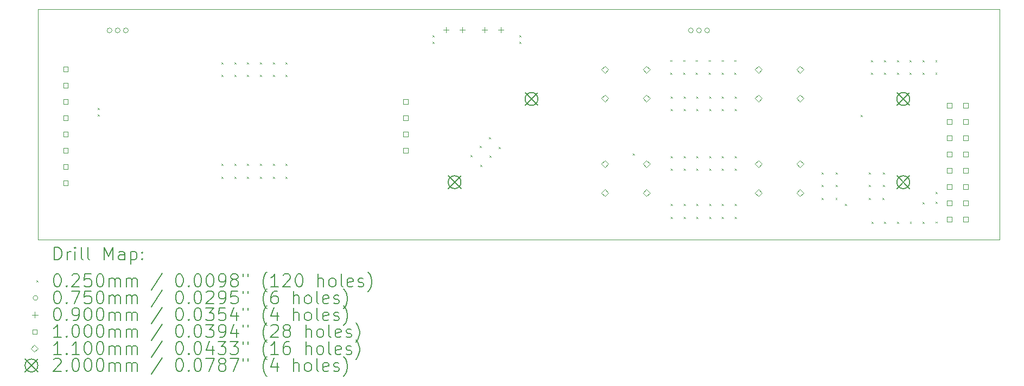
<source format=gbr>
%FSLAX45Y45*%
G04 Gerber Fmt 4.5, Leading zero omitted, Abs format (unit mm)*
G04 Created by KiCad (PCBNEW (5.99.0-10527-gaaffd0c137)) date 2021-08-05 16:46:36*
%MOMM*%
%LPD*%
G01*
G04 APERTURE LIST*
%TA.AperFunction,Profile*%
%ADD10C,0.050000*%
%TD*%
%ADD11C,0.200000*%
%ADD12C,0.025000*%
%ADD13C,0.075000*%
%ADD14C,0.090000*%
%ADD15C,0.100000*%
%ADD16C,0.110000*%
G04 APERTURE END LIST*
D10*
X12410000Y-6470250D02*
X27410000Y-6470250D01*
X27410000Y-6470250D02*
X27410000Y-10070250D01*
X27410000Y-10070250D02*
X12410000Y-10070250D01*
X12410000Y-10070250D02*
X12410000Y-6470250D01*
D11*
D12*
X13337500Y-8013500D02*
X13362500Y-8038500D01*
X13362500Y-8013500D02*
X13337500Y-8038500D01*
X13337500Y-8110500D02*
X13362500Y-8135500D01*
X13362500Y-8110500D02*
X13337500Y-8135500D01*
X15273500Y-7295500D02*
X15298500Y-7320500D01*
X15298500Y-7295500D02*
X15273500Y-7320500D01*
X15273500Y-7495500D02*
X15298500Y-7520500D01*
X15298500Y-7495500D02*
X15273500Y-7520500D01*
X15273500Y-8885500D02*
X15298500Y-8910500D01*
X15298500Y-8885500D02*
X15273500Y-8910500D01*
X15273500Y-9085500D02*
X15298500Y-9110500D01*
X15298500Y-9085500D02*
X15273500Y-9110500D01*
X15473500Y-7295500D02*
X15498500Y-7320500D01*
X15498500Y-7295500D02*
X15473500Y-7320500D01*
X15473500Y-7495500D02*
X15498500Y-7520500D01*
X15498500Y-7495500D02*
X15473500Y-7520500D01*
X15473500Y-8885500D02*
X15498500Y-8910500D01*
X15498500Y-8885500D02*
X15473500Y-8910500D01*
X15473500Y-9085500D02*
X15498500Y-9110500D01*
X15498500Y-9085500D02*
X15473500Y-9110500D01*
X15673500Y-7295500D02*
X15698500Y-7320500D01*
X15698500Y-7295500D02*
X15673500Y-7320500D01*
X15673500Y-7495500D02*
X15698500Y-7520500D01*
X15698500Y-7495500D02*
X15673500Y-7520500D01*
X15673500Y-8885500D02*
X15698500Y-8910500D01*
X15698500Y-8885500D02*
X15673500Y-8910500D01*
X15673500Y-9085500D02*
X15698500Y-9110500D01*
X15698500Y-9085500D02*
X15673500Y-9110500D01*
X15873500Y-7295500D02*
X15898500Y-7320500D01*
X15898500Y-7295500D02*
X15873500Y-7320500D01*
X15873500Y-7495500D02*
X15898500Y-7520500D01*
X15898500Y-7495500D02*
X15873500Y-7520500D01*
X15873500Y-8885500D02*
X15898500Y-8910500D01*
X15898500Y-8885500D02*
X15873500Y-8910500D01*
X15873500Y-9085500D02*
X15898500Y-9110500D01*
X15898500Y-9085500D02*
X15873500Y-9110500D01*
X16073500Y-7295500D02*
X16098500Y-7320500D01*
X16098500Y-7295500D02*
X16073500Y-7320500D01*
X16073500Y-7495500D02*
X16098500Y-7520500D01*
X16098500Y-7495500D02*
X16073500Y-7520500D01*
X16073500Y-8885500D02*
X16098500Y-8910500D01*
X16098500Y-8885500D02*
X16073500Y-8910500D01*
X16073500Y-9085500D02*
X16098500Y-9110500D01*
X16098500Y-9085500D02*
X16073500Y-9110500D01*
X16273500Y-7295500D02*
X16298500Y-7320500D01*
X16298500Y-7295500D02*
X16273500Y-7320500D01*
X16273500Y-7495500D02*
X16298500Y-7520500D01*
X16298500Y-7495500D02*
X16273500Y-7520500D01*
X16273500Y-8885500D02*
X16298500Y-8910500D01*
X16298500Y-8885500D02*
X16273500Y-8910500D01*
X16273500Y-9085500D02*
X16298500Y-9110500D01*
X16298500Y-9085500D02*
X16273500Y-9110500D01*
X18567500Y-6871500D02*
X18592500Y-6896500D01*
X18592500Y-6871500D02*
X18567500Y-6896500D01*
X18567500Y-6978500D02*
X18592500Y-7003500D01*
X18592500Y-6978500D02*
X18567500Y-7003500D01*
X19155973Y-8745901D02*
X19180973Y-8770901D01*
X19180973Y-8745901D02*
X19155973Y-8770901D01*
X19299162Y-8604126D02*
X19324162Y-8629126D01*
X19324162Y-8604126D02*
X19299162Y-8629126D01*
X19309415Y-8899343D02*
X19334415Y-8924343D01*
X19334415Y-8899343D02*
X19309415Y-8924343D01*
X19443058Y-8463058D02*
X19468058Y-8488058D01*
X19468058Y-8463058D02*
X19443058Y-8488058D01*
X19452604Y-8757568D02*
X19477604Y-8782568D01*
X19477604Y-8757568D02*
X19452604Y-8782568D01*
X19596500Y-8616500D02*
X19621500Y-8641500D01*
X19621500Y-8616500D02*
X19596500Y-8641500D01*
X19921500Y-6871500D02*
X19946500Y-6896500D01*
X19946500Y-6871500D02*
X19921500Y-6896500D01*
X19921500Y-6977500D02*
X19946500Y-7002500D01*
X19946500Y-6977500D02*
X19921500Y-7002500D01*
X21689500Y-8724500D02*
X21714500Y-8749500D01*
X21714500Y-8724500D02*
X21689500Y-8749500D01*
X22275500Y-7260500D02*
X22300500Y-7285500D01*
X22300500Y-7260500D02*
X22275500Y-7285500D01*
X22275500Y-7460500D02*
X22300500Y-7485500D01*
X22300500Y-7460500D02*
X22275500Y-7485500D01*
X22281500Y-7828500D02*
X22306500Y-7853500D01*
X22306500Y-7828500D02*
X22281500Y-7853500D01*
X22281500Y-8028500D02*
X22306500Y-8053500D01*
X22306500Y-8028500D02*
X22281500Y-8053500D01*
X22281500Y-8760500D02*
X22306500Y-8785500D01*
X22306500Y-8760500D02*
X22281500Y-8785500D01*
X22281500Y-8960500D02*
X22306500Y-8985500D01*
X22306500Y-8960500D02*
X22281500Y-8985500D01*
X22281500Y-9510500D02*
X22306500Y-9535500D01*
X22306500Y-9510500D02*
X22281500Y-9535500D01*
X22281500Y-9710500D02*
X22306500Y-9735500D01*
X22306500Y-9710500D02*
X22281500Y-9735500D01*
X22475500Y-7260500D02*
X22500500Y-7285500D01*
X22500500Y-7260500D02*
X22475500Y-7285500D01*
X22475500Y-7460500D02*
X22500500Y-7485500D01*
X22500500Y-7460500D02*
X22475500Y-7485500D01*
X22481500Y-7828500D02*
X22506500Y-7853500D01*
X22506500Y-7828500D02*
X22481500Y-7853500D01*
X22481500Y-8028500D02*
X22506500Y-8053500D01*
X22506500Y-8028500D02*
X22481500Y-8053500D01*
X22481500Y-8760500D02*
X22506500Y-8785500D01*
X22506500Y-8760500D02*
X22481500Y-8785500D01*
X22481500Y-8960500D02*
X22506500Y-8985500D01*
X22506500Y-8960500D02*
X22481500Y-8985500D01*
X22481500Y-9510500D02*
X22506500Y-9535500D01*
X22506500Y-9510500D02*
X22481500Y-9535500D01*
X22481500Y-9710500D02*
X22506500Y-9735500D01*
X22506500Y-9710500D02*
X22481500Y-9735500D01*
X22675500Y-7260500D02*
X22700500Y-7285500D01*
X22700500Y-7260500D02*
X22675500Y-7285500D01*
X22675500Y-7460500D02*
X22700500Y-7485500D01*
X22700500Y-7460500D02*
X22675500Y-7485500D01*
X22681500Y-7828500D02*
X22706500Y-7853500D01*
X22706500Y-7828500D02*
X22681500Y-7853500D01*
X22681500Y-8028500D02*
X22706500Y-8053500D01*
X22706500Y-8028500D02*
X22681500Y-8053500D01*
X22681500Y-8760500D02*
X22706500Y-8785500D01*
X22706500Y-8760500D02*
X22681500Y-8785500D01*
X22681500Y-8960500D02*
X22706500Y-8985500D01*
X22706500Y-8960500D02*
X22681500Y-8985500D01*
X22681500Y-9510500D02*
X22706500Y-9535500D01*
X22706500Y-9510500D02*
X22681500Y-9535500D01*
X22681500Y-9710500D02*
X22706500Y-9735500D01*
X22706500Y-9710500D02*
X22681500Y-9735500D01*
X22875500Y-7260500D02*
X22900500Y-7285500D01*
X22900500Y-7260500D02*
X22875500Y-7285500D01*
X22875500Y-7460500D02*
X22900500Y-7485500D01*
X22900500Y-7460500D02*
X22875500Y-7485500D01*
X22881500Y-7828500D02*
X22906500Y-7853500D01*
X22906500Y-7828500D02*
X22881500Y-7853500D01*
X22881500Y-8028500D02*
X22906500Y-8053500D01*
X22906500Y-8028500D02*
X22881500Y-8053500D01*
X22881500Y-8760500D02*
X22906500Y-8785500D01*
X22906500Y-8760500D02*
X22881500Y-8785500D01*
X22881500Y-8960500D02*
X22906500Y-8985500D01*
X22906500Y-8960500D02*
X22881500Y-8985500D01*
X22881500Y-9510500D02*
X22906500Y-9535500D01*
X22906500Y-9510500D02*
X22881500Y-9535500D01*
X22881500Y-9710500D02*
X22906500Y-9735500D01*
X22906500Y-9710500D02*
X22881500Y-9735500D01*
X23075500Y-7260500D02*
X23100500Y-7285500D01*
X23100500Y-7260500D02*
X23075500Y-7285500D01*
X23075500Y-7460500D02*
X23100500Y-7485500D01*
X23100500Y-7460500D02*
X23075500Y-7485500D01*
X23081500Y-7828500D02*
X23106500Y-7853500D01*
X23106500Y-7828500D02*
X23081500Y-7853500D01*
X23081500Y-8028500D02*
X23106500Y-8053500D01*
X23106500Y-8028500D02*
X23081500Y-8053500D01*
X23081500Y-8760500D02*
X23106500Y-8785500D01*
X23106500Y-8760500D02*
X23081500Y-8785500D01*
X23081500Y-8960500D02*
X23106500Y-8985500D01*
X23106500Y-8960500D02*
X23081500Y-8985500D01*
X23081500Y-9510500D02*
X23106500Y-9535500D01*
X23106500Y-9510500D02*
X23081500Y-9535500D01*
X23081500Y-9710500D02*
X23106500Y-9735500D01*
X23106500Y-9710500D02*
X23081500Y-9735500D01*
X23275500Y-7260500D02*
X23300500Y-7285500D01*
X23300500Y-7260500D02*
X23275500Y-7285500D01*
X23275500Y-7460500D02*
X23300500Y-7485500D01*
X23300500Y-7460500D02*
X23275500Y-7485500D01*
X23281500Y-7828500D02*
X23306500Y-7853500D01*
X23306500Y-7828500D02*
X23281500Y-7853500D01*
X23281500Y-8028500D02*
X23306500Y-8053500D01*
X23306500Y-8028500D02*
X23281500Y-8053500D01*
X23281500Y-8760500D02*
X23306500Y-8785500D01*
X23306500Y-8760500D02*
X23281500Y-8785500D01*
X23281500Y-8960500D02*
X23306500Y-8985500D01*
X23306500Y-8960500D02*
X23281500Y-8985500D01*
X23281500Y-9510500D02*
X23306500Y-9535500D01*
X23306500Y-9510500D02*
X23281500Y-9535500D01*
X23281500Y-9710500D02*
X23306500Y-9735500D01*
X23306500Y-9710500D02*
X23281500Y-9735500D01*
X24634500Y-9417500D02*
X24659500Y-9442500D01*
X24659500Y-9417500D02*
X24634500Y-9442500D01*
X24636500Y-9216000D02*
X24661500Y-9241000D01*
X24661500Y-9216000D02*
X24636500Y-9241000D01*
X24637500Y-9014500D02*
X24662500Y-9039500D01*
X24662500Y-9014500D02*
X24637500Y-9039500D01*
X24851500Y-9417500D02*
X24876500Y-9442500D01*
X24876500Y-9417500D02*
X24851500Y-9442500D01*
X24853500Y-9216000D02*
X24878500Y-9241000D01*
X24878500Y-9216000D02*
X24853500Y-9241000D01*
X24854500Y-9014500D02*
X24879500Y-9039500D01*
X24879500Y-9014500D02*
X24854500Y-9039500D01*
X24999500Y-9509500D02*
X25024500Y-9534500D01*
X25024500Y-9509500D02*
X24999500Y-9534500D01*
X25247500Y-8123500D02*
X25272500Y-8148500D01*
X25272500Y-8123500D02*
X25247500Y-8148500D01*
X25370500Y-9417500D02*
X25395500Y-9442500D01*
X25395500Y-9417500D02*
X25370500Y-9442500D01*
X25372500Y-9216000D02*
X25397500Y-9241000D01*
X25397500Y-9216000D02*
X25372500Y-9241000D01*
X25373500Y-9014500D02*
X25398500Y-9039500D01*
X25398500Y-9014500D02*
X25373500Y-9039500D01*
X25409500Y-7262500D02*
X25434500Y-7287500D01*
X25434500Y-7262500D02*
X25409500Y-7287500D01*
X25409500Y-7462500D02*
X25434500Y-7487500D01*
X25434500Y-7462500D02*
X25409500Y-7487500D01*
X25411500Y-9784500D02*
X25436500Y-9809500D01*
X25436500Y-9784500D02*
X25411500Y-9809500D01*
X25587500Y-9417500D02*
X25612500Y-9442500D01*
X25612500Y-9417500D02*
X25587500Y-9442500D01*
X25589500Y-9216000D02*
X25614500Y-9241000D01*
X25614500Y-9216000D02*
X25589500Y-9241000D01*
X25590500Y-9014500D02*
X25615500Y-9039500D01*
X25615500Y-9014500D02*
X25590500Y-9039500D01*
X25609500Y-7262500D02*
X25634500Y-7287500D01*
X25634500Y-7262500D02*
X25609500Y-7287500D01*
X25609500Y-7462500D02*
X25634500Y-7487500D01*
X25634500Y-7462500D02*
X25609500Y-7487500D01*
X25611500Y-9784500D02*
X25636500Y-9809500D01*
X25636500Y-9784500D02*
X25611500Y-9809500D01*
X25809500Y-7262500D02*
X25834500Y-7287500D01*
X25834500Y-7262500D02*
X25809500Y-7287500D01*
X25809500Y-7462500D02*
X25834500Y-7487500D01*
X25834500Y-7462500D02*
X25809500Y-7487500D01*
X25811500Y-9784500D02*
X25836500Y-9809500D01*
X25836500Y-9784500D02*
X25811500Y-9809500D01*
X26009500Y-7262500D02*
X26034500Y-7287500D01*
X26034500Y-7262500D02*
X26009500Y-7287500D01*
X26009500Y-7462500D02*
X26034500Y-7487500D01*
X26034500Y-7462500D02*
X26009500Y-7487500D01*
X26011500Y-9784500D02*
X26036500Y-9809500D01*
X26036500Y-9784500D02*
X26011500Y-9809500D01*
X26209500Y-7262500D02*
X26234500Y-7287500D01*
X26234500Y-7262500D02*
X26209500Y-7287500D01*
X26209500Y-7462500D02*
X26234500Y-7487500D01*
X26234500Y-7462500D02*
X26209500Y-7487500D01*
X26211500Y-9784500D02*
X26236500Y-9809500D01*
X26236500Y-9784500D02*
X26211500Y-9809500D01*
X26212500Y-9480500D02*
X26237500Y-9505500D01*
X26237500Y-9480500D02*
X26212500Y-9505500D01*
X26409500Y-7262500D02*
X26434500Y-7287500D01*
X26434500Y-7262500D02*
X26409500Y-7287500D01*
X26409500Y-7462500D02*
X26434500Y-7487500D01*
X26434500Y-7462500D02*
X26409500Y-7487500D01*
X26416500Y-9324500D02*
X26441500Y-9349500D01*
X26441500Y-9324500D02*
X26416500Y-9349500D01*
X26416500Y-9478500D02*
X26441500Y-9503500D01*
X26441500Y-9478500D02*
X26416500Y-9503500D01*
X26416500Y-9783500D02*
X26441500Y-9808500D01*
X26441500Y-9783500D02*
X26416500Y-9808500D01*
D13*
X13563500Y-6800000D02*
G75*
G03*
X13563500Y-6800000I-37500J0D01*
G01*
X13690500Y-6800000D02*
G75*
G03*
X13690500Y-6800000I-37500J0D01*
G01*
X13817500Y-6800000D02*
G75*
G03*
X13817500Y-6800000I-37500J0D01*
G01*
X22633500Y-6800000D02*
G75*
G03*
X22633500Y-6800000I-37500J0D01*
G01*
X22760500Y-6800000D02*
G75*
G03*
X22760500Y-6800000I-37500J0D01*
G01*
X22887500Y-6800000D02*
G75*
G03*
X22887500Y-6800000I-37500J0D01*
G01*
D14*
X18777500Y-6745000D02*
X18777500Y-6835000D01*
X18732500Y-6790000D02*
X18822500Y-6790000D01*
X19031500Y-6745000D02*
X19031500Y-6835000D01*
X18986500Y-6790000D02*
X19076500Y-6790000D01*
X19378750Y-6745000D02*
X19378750Y-6835000D01*
X19333750Y-6790000D02*
X19423750Y-6790000D01*
X19632750Y-6745000D02*
X19632750Y-6835000D01*
X19587750Y-6790000D02*
X19677750Y-6790000D01*
D15*
X12875356Y-7438856D02*
X12875356Y-7368144D01*
X12804644Y-7368144D01*
X12804644Y-7438856D01*
X12875356Y-7438856D01*
X12875356Y-7692856D02*
X12875356Y-7622144D01*
X12804644Y-7622144D01*
X12804644Y-7692856D01*
X12875356Y-7692856D01*
X12875356Y-7946856D02*
X12875356Y-7876144D01*
X12804644Y-7876144D01*
X12804644Y-7946856D01*
X12875356Y-7946856D01*
X12875356Y-8200856D02*
X12875356Y-8130144D01*
X12804644Y-8130144D01*
X12804644Y-8200856D01*
X12875356Y-8200856D01*
X12875356Y-8454856D02*
X12875356Y-8384144D01*
X12804644Y-8384144D01*
X12804644Y-8454856D01*
X12875356Y-8454856D01*
X12875356Y-8708856D02*
X12875356Y-8638144D01*
X12804644Y-8638144D01*
X12804644Y-8708856D01*
X12875356Y-8708856D01*
X12875356Y-8962856D02*
X12875356Y-8892144D01*
X12804644Y-8892144D01*
X12804644Y-8962856D01*
X12875356Y-8962856D01*
X12875356Y-9216856D02*
X12875356Y-9146144D01*
X12804644Y-9146144D01*
X12804644Y-9216856D01*
X12875356Y-9216856D01*
X18180356Y-7946356D02*
X18180356Y-7875644D01*
X18109644Y-7875644D01*
X18109644Y-7946356D01*
X18180356Y-7946356D01*
X18180356Y-8200356D02*
X18180356Y-8129644D01*
X18109644Y-8129644D01*
X18109644Y-8200356D01*
X18180356Y-8200356D01*
X18180356Y-8454356D02*
X18180356Y-8383644D01*
X18109644Y-8383644D01*
X18109644Y-8454356D01*
X18180356Y-8454356D01*
X18180356Y-8708356D02*
X18180356Y-8637644D01*
X18109644Y-8637644D01*
X18109644Y-8708356D01*
X18180356Y-8708356D01*
X26665356Y-8007356D02*
X26665356Y-7936644D01*
X26594644Y-7936644D01*
X26594644Y-8007356D01*
X26665356Y-8007356D01*
X26665356Y-8261356D02*
X26665356Y-8190644D01*
X26594644Y-8190644D01*
X26594644Y-8261356D01*
X26665356Y-8261356D01*
X26665356Y-8515356D02*
X26665356Y-8444644D01*
X26594644Y-8444644D01*
X26594644Y-8515356D01*
X26665356Y-8515356D01*
X26665356Y-8769356D02*
X26665356Y-8698644D01*
X26594644Y-8698644D01*
X26594644Y-8769356D01*
X26665356Y-8769356D01*
X26665356Y-9023356D02*
X26665356Y-8952644D01*
X26594644Y-8952644D01*
X26594644Y-9023356D01*
X26665356Y-9023356D01*
X26665356Y-9277356D02*
X26665356Y-9206644D01*
X26594644Y-9206644D01*
X26594644Y-9277356D01*
X26665356Y-9277356D01*
X26665356Y-9531356D02*
X26665356Y-9460644D01*
X26594644Y-9460644D01*
X26594644Y-9531356D01*
X26665356Y-9531356D01*
X26665356Y-9785356D02*
X26665356Y-9714644D01*
X26594644Y-9714644D01*
X26594644Y-9785356D01*
X26665356Y-9785356D01*
X26919356Y-8007356D02*
X26919356Y-7936644D01*
X26848644Y-7936644D01*
X26848644Y-8007356D01*
X26919356Y-8007356D01*
X26919356Y-8261356D02*
X26919356Y-8190644D01*
X26848644Y-8190644D01*
X26848644Y-8261356D01*
X26919356Y-8261356D01*
X26919356Y-8515356D02*
X26919356Y-8444644D01*
X26848644Y-8444644D01*
X26848644Y-8515356D01*
X26919356Y-8515356D01*
X26919356Y-8769356D02*
X26919356Y-8698644D01*
X26848644Y-8698644D01*
X26848644Y-8769356D01*
X26919356Y-8769356D01*
X26919356Y-9023356D02*
X26919356Y-8952644D01*
X26848644Y-8952644D01*
X26848644Y-9023356D01*
X26919356Y-9023356D01*
X26919356Y-9277356D02*
X26919356Y-9206644D01*
X26848644Y-9206644D01*
X26848644Y-9277356D01*
X26919356Y-9277356D01*
X26919356Y-9531356D02*
X26919356Y-9460644D01*
X26848644Y-9460644D01*
X26848644Y-9531356D01*
X26919356Y-9531356D01*
X26919356Y-9785356D02*
X26919356Y-9714644D01*
X26848644Y-9714644D01*
X26848644Y-9785356D01*
X26919356Y-9785356D01*
D16*
X21255000Y-7465000D02*
X21310000Y-7410000D01*
X21255000Y-7355000D01*
X21200000Y-7410000D01*
X21255000Y-7465000D01*
X21255000Y-7915000D02*
X21310000Y-7860000D01*
X21255000Y-7805000D01*
X21200000Y-7860000D01*
X21255000Y-7915000D01*
X21255000Y-8940000D02*
X21310000Y-8885000D01*
X21255000Y-8830000D01*
X21200000Y-8885000D01*
X21255000Y-8940000D01*
X21255000Y-9390000D02*
X21310000Y-9335000D01*
X21255000Y-9280000D01*
X21200000Y-9335000D01*
X21255000Y-9390000D01*
X21905000Y-7465000D02*
X21960000Y-7410000D01*
X21905000Y-7355000D01*
X21850000Y-7410000D01*
X21905000Y-7465000D01*
X21905000Y-7915000D02*
X21960000Y-7860000D01*
X21905000Y-7805000D01*
X21850000Y-7860000D01*
X21905000Y-7915000D01*
X21905000Y-8940000D02*
X21960000Y-8885000D01*
X21905000Y-8830000D01*
X21850000Y-8885000D01*
X21905000Y-8940000D01*
X21905000Y-9390000D02*
X21960000Y-9335000D01*
X21905000Y-9280000D01*
X21850000Y-9335000D01*
X21905000Y-9390000D01*
X23650000Y-7465000D02*
X23705000Y-7410000D01*
X23650000Y-7355000D01*
X23595000Y-7410000D01*
X23650000Y-7465000D01*
X23650000Y-7915000D02*
X23705000Y-7860000D01*
X23650000Y-7805000D01*
X23595000Y-7860000D01*
X23650000Y-7915000D01*
X23650000Y-8940000D02*
X23705000Y-8885000D01*
X23650000Y-8830000D01*
X23595000Y-8885000D01*
X23650000Y-8940000D01*
X23650000Y-9390000D02*
X23705000Y-9335000D01*
X23650000Y-9280000D01*
X23595000Y-9335000D01*
X23650000Y-9390000D01*
X24300000Y-7465000D02*
X24355000Y-7410000D01*
X24300000Y-7355000D01*
X24245000Y-7410000D01*
X24300000Y-7465000D01*
X24300000Y-7915000D02*
X24355000Y-7860000D01*
X24300000Y-7805000D01*
X24245000Y-7860000D01*
X24300000Y-7915000D01*
X24300000Y-8940000D02*
X24355000Y-8885000D01*
X24300000Y-8830000D01*
X24245000Y-8885000D01*
X24300000Y-8940000D01*
X24300000Y-9390000D02*
X24355000Y-9335000D01*
X24300000Y-9280000D01*
X24245000Y-9335000D01*
X24300000Y-9390000D01*
D11*
X18810000Y-9070000D02*
X19010000Y-9270000D01*
X19010000Y-9070000D02*
X18810000Y-9270000D01*
X19010000Y-9170000D02*
G75*
G03*
X19010000Y-9170000I-100000J0D01*
G01*
X20010000Y-7770000D02*
X20210000Y-7970000D01*
X20210000Y-7770000D02*
X20010000Y-7970000D01*
X20210000Y-7870000D02*
G75*
G03*
X20210000Y-7870000I-100000J0D01*
G01*
X25810000Y-7770000D02*
X26010000Y-7970000D01*
X26010000Y-7770000D02*
X25810000Y-7970000D01*
X26010000Y-7870000D02*
G75*
G03*
X26010000Y-7870000I-100000J0D01*
G01*
X25810000Y-9070000D02*
X26010000Y-9270000D01*
X26010000Y-9070000D02*
X25810000Y-9270000D01*
X26010000Y-9170000D02*
G75*
G03*
X26010000Y-9170000I-100000J0D01*
G01*
X12665119Y-10383226D02*
X12665119Y-10183226D01*
X12712738Y-10183226D01*
X12741309Y-10192750D01*
X12760357Y-10211798D01*
X12769881Y-10230845D01*
X12779405Y-10268940D01*
X12779405Y-10297512D01*
X12769881Y-10335607D01*
X12760357Y-10354655D01*
X12741309Y-10373702D01*
X12712738Y-10383226D01*
X12665119Y-10383226D01*
X12865119Y-10383226D02*
X12865119Y-10249893D01*
X12865119Y-10287988D02*
X12874643Y-10268940D01*
X12884167Y-10259417D01*
X12903214Y-10249893D01*
X12922262Y-10249893D01*
X12988928Y-10383226D02*
X12988928Y-10249893D01*
X12988928Y-10183226D02*
X12979405Y-10192750D01*
X12988928Y-10202274D01*
X12998452Y-10192750D01*
X12988928Y-10183226D01*
X12988928Y-10202274D01*
X13112738Y-10383226D02*
X13093690Y-10373702D01*
X13084167Y-10354655D01*
X13084167Y-10183226D01*
X13217500Y-10383226D02*
X13198452Y-10373702D01*
X13188928Y-10354655D01*
X13188928Y-10183226D01*
X13446071Y-10383226D02*
X13446071Y-10183226D01*
X13512738Y-10326083D01*
X13579405Y-10183226D01*
X13579405Y-10383226D01*
X13760357Y-10383226D02*
X13760357Y-10278464D01*
X13750833Y-10259417D01*
X13731786Y-10249893D01*
X13693690Y-10249893D01*
X13674643Y-10259417D01*
X13760357Y-10373702D02*
X13741309Y-10383226D01*
X13693690Y-10383226D01*
X13674643Y-10373702D01*
X13665119Y-10354655D01*
X13665119Y-10335607D01*
X13674643Y-10316560D01*
X13693690Y-10307036D01*
X13741309Y-10307036D01*
X13760357Y-10297512D01*
X13855595Y-10249893D02*
X13855595Y-10449893D01*
X13855595Y-10259417D02*
X13874643Y-10249893D01*
X13912738Y-10249893D01*
X13931786Y-10259417D01*
X13941309Y-10268940D01*
X13950833Y-10287988D01*
X13950833Y-10345131D01*
X13941309Y-10364179D01*
X13931786Y-10373702D01*
X13912738Y-10383226D01*
X13874643Y-10383226D01*
X13855595Y-10373702D01*
X14036548Y-10364179D02*
X14046071Y-10373702D01*
X14036548Y-10383226D01*
X14027024Y-10373702D01*
X14036548Y-10364179D01*
X14036548Y-10383226D01*
X14036548Y-10259417D02*
X14046071Y-10268940D01*
X14036548Y-10278464D01*
X14027024Y-10268940D01*
X14036548Y-10259417D01*
X14036548Y-10278464D01*
D12*
X12382500Y-10700250D02*
X12407500Y-10725250D01*
X12407500Y-10700250D02*
X12382500Y-10725250D01*
D11*
X12703214Y-10603226D02*
X12722262Y-10603226D01*
X12741309Y-10612750D01*
X12750833Y-10622274D01*
X12760357Y-10641321D01*
X12769881Y-10679417D01*
X12769881Y-10727036D01*
X12760357Y-10765131D01*
X12750833Y-10784179D01*
X12741309Y-10793702D01*
X12722262Y-10803226D01*
X12703214Y-10803226D01*
X12684167Y-10793702D01*
X12674643Y-10784179D01*
X12665119Y-10765131D01*
X12655595Y-10727036D01*
X12655595Y-10679417D01*
X12665119Y-10641321D01*
X12674643Y-10622274D01*
X12684167Y-10612750D01*
X12703214Y-10603226D01*
X12855595Y-10784179D02*
X12865119Y-10793702D01*
X12855595Y-10803226D01*
X12846071Y-10793702D01*
X12855595Y-10784179D01*
X12855595Y-10803226D01*
X12941309Y-10622274D02*
X12950833Y-10612750D01*
X12969881Y-10603226D01*
X13017500Y-10603226D01*
X13036548Y-10612750D01*
X13046071Y-10622274D01*
X13055595Y-10641321D01*
X13055595Y-10660369D01*
X13046071Y-10688940D01*
X12931786Y-10803226D01*
X13055595Y-10803226D01*
X13236548Y-10603226D02*
X13141309Y-10603226D01*
X13131786Y-10698464D01*
X13141309Y-10688940D01*
X13160357Y-10679417D01*
X13207976Y-10679417D01*
X13227024Y-10688940D01*
X13236548Y-10698464D01*
X13246071Y-10717512D01*
X13246071Y-10765131D01*
X13236548Y-10784179D01*
X13227024Y-10793702D01*
X13207976Y-10803226D01*
X13160357Y-10803226D01*
X13141309Y-10793702D01*
X13131786Y-10784179D01*
X13369881Y-10603226D02*
X13388928Y-10603226D01*
X13407976Y-10612750D01*
X13417500Y-10622274D01*
X13427024Y-10641321D01*
X13436548Y-10679417D01*
X13436548Y-10727036D01*
X13427024Y-10765131D01*
X13417500Y-10784179D01*
X13407976Y-10793702D01*
X13388928Y-10803226D01*
X13369881Y-10803226D01*
X13350833Y-10793702D01*
X13341309Y-10784179D01*
X13331786Y-10765131D01*
X13322262Y-10727036D01*
X13322262Y-10679417D01*
X13331786Y-10641321D01*
X13341309Y-10622274D01*
X13350833Y-10612750D01*
X13369881Y-10603226D01*
X13522262Y-10803226D02*
X13522262Y-10669893D01*
X13522262Y-10688940D02*
X13531786Y-10679417D01*
X13550833Y-10669893D01*
X13579405Y-10669893D01*
X13598452Y-10679417D01*
X13607976Y-10698464D01*
X13607976Y-10803226D01*
X13607976Y-10698464D02*
X13617500Y-10679417D01*
X13636548Y-10669893D01*
X13665119Y-10669893D01*
X13684167Y-10679417D01*
X13693690Y-10698464D01*
X13693690Y-10803226D01*
X13788928Y-10803226D02*
X13788928Y-10669893D01*
X13788928Y-10688940D02*
X13798452Y-10679417D01*
X13817500Y-10669893D01*
X13846071Y-10669893D01*
X13865119Y-10679417D01*
X13874643Y-10698464D01*
X13874643Y-10803226D01*
X13874643Y-10698464D02*
X13884167Y-10679417D01*
X13903214Y-10669893D01*
X13931786Y-10669893D01*
X13950833Y-10679417D01*
X13960357Y-10698464D01*
X13960357Y-10803226D01*
X14350833Y-10593702D02*
X14179405Y-10850845D01*
X14607976Y-10603226D02*
X14627024Y-10603226D01*
X14646071Y-10612750D01*
X14655595Y-10622274D01*
X14665119Y-10641321D01*
X14674643Y-10679417D01*
X14674643Y-10727036D01*
X14665119Y-10765131D01*
X14655595Y-10784179D01*
X14646071Y-10793702D01*
X14627024Y-10803226D01*
X14607976Y-10803226D01*
X14588928Y-10793702D01*
X14579405Y-10784179D01*
X14569881Y-10765131D01*
X14560357Y-10727036D01*
X14560357Y-10679417D01*
X14569881Y-10641321D01*
X14579405Y-10622274D01*
X14588928Y-10612750D01*
X14607976Y-10603226D01*
X14760357Y-10784179D02*
X14769881Y-10793702D01*
X14760357Y-10803226D01*
X14750833Y-10793702D01*
X14760357Y-10784179D01*
X14760357Y-10803226D01*
X14893690Y-10603226D02*
X14912738Y-10603226D01*
X14931786Y-10612750D01*
X14941309Y-10622274D01*
X14950833Y-10641321D01*
X14960357Y-10679417D01*
X14960357Y-10727036D01*
X14950833Y-10765131D01*
X14941309Y-10784179D01*
X14931786Y-10793702D01*
X14912738Y-10803226D01*
X14893690Y-10803226D01*
X14874643Y-10793702D01*
X14865119Y-10784179D01*
X14855595Y-10765131D01*
X14846071Y-10727036D01*
X14846071Y-10679417D01*
X14855595Y-10641321D01*
X14865119Y-10622274D01*
X14874643Y-10612750D01*
X14893690Y-10603226D01*
X15084167Y-10603226D02*
X15103214Y-10603226D01*
X15122262Y-10612750D01*
X15131786Y-10622274D01*
X15141309Y-10641321D01*
X15150833Y-10679417D01*
X15150833Y-10727036D01*
X15141309Y-10765131D01*
X15131786Y-10784179D01*
X15122262Y-10793702D01*
X15103214Y-10803226D01*
X15084167Y-10803226D01*
X15065119Y-10793702D01*
X15055595Y-10784179D01*
X15046071Y-10765131D01*
X15036548Y-10727036D01*
X15036548Y-10679417D01*
X15046071Y-10641321D01*
X15055595Y-10622274D01*
X15065119Y-10612750D01*
X15084167Y-10603226D01*
X15246071Y-10803226D02*
X15284167Y-10803226D01*
X15303214Y-10793702D01*
X15312738Y-10784179D01*
X15331786Y-10755607D01*
X15341309Y-10717512D01*
X15341309Y-10641321D01*
X15331786Y-10622274D01*
X15322262Y-10612750D01*
X15303214Y-10603226D01*
X15265119Y-10603226D01*
X15246071Y-10612750D01*
X15236548Y-10622274D01*
X15227024Y-10641321D01*
X15227024Y-10688940D01*
X15236548Y-10707988D01*
X15246071Y-10717512D01*
X15265119Y-10727036D01*
X15303214Y-10727036D01*
X15322262Y-10717512D01*
X15331786Y-10707988D01*
X15341309Y-10688940D01*
X15455595Y-10688940D02*
X15436548Y-10679417D01*
X15427024Y-10669893D01*
X15417500Y-10650845D01*
X15417500Y-10641321D01*
X15427024Y-10622274D01*
X15436548Y-10612750D01*
X15455595Y-10603226D01*
X15493690Y-10603226D01*
X15512738Y-10612750D01*
X15522262Y-10622274D01*
X15531786Y-10641321D01*
X15531786Y-10650845D01*
X15522262Y-10669893D01*
X15512738Y-10679417D01*
X15493690Y-10688940D01*
X15455595Y-10688940D01*
X15436548Y-10698464D01*
X15427024Y-10707988D01*
X15417500Y-10727036D01*
X15417500Y-10765131D01*
X15427024Y-10784179D01*
X15436548Y-10793702D01*
X15455595Y-10803226D01*
X15493690Y-10803226D01*
X15512738Y-10793702D01*
X15522262Y-10784179D01*
X15531786Y-10765131D01*
X15531786Y-10727036D01*
X15522262Y-10707988D01*
X15512738Y-10698464D01*
X15493690Y-10688940D01*
X15607976Y-10603226D02*
X15607976Y-10641321D01*
X15684167Y-10603226D02*
X15684167Y-10641321D01*
X15979405Y-10879417D02*
X15969881Y-10869893D01*
X15950833Y-10841321D01*
X15941309Y-10822274D01*
X15931786Y-10793702D01*
X15922262Y-10746083D01*
X15922262Y-10707988D01*
X15931786Y-10660369D01*
X15941309Y-10631798D01*
X15950833Y-10612750D01*
X15969881Y-10584179D01*
X15979405Y-10574655D01*
X16160357Y-10803226D02*
X16046071Y-10803226D01*
X16103214Y-10803226D02*
X16103214Y-10603226D01*
X16084167Y-10631798D01*
X16065119Y-10650845D01*
X16046071Y-10660369D01*
X16236548Y-10622274D02*
X16246071Y-10612750D01*
X16265119Y-10603226D01*
X16312738Y-10603226D01*
X16331786Y-10612750D01*
X16341309Y-10622274D01*
X16350833Y-10641321D01*
X16350833Y-10660369D01*
X16341309Y-10688940D01*
X16227024Y-10803226D01*
X16350833Y-10803226D01*
X16474643Y-10603226D02*
X16493690Y-10603226D01*
X16512738Y-10612750D01*
X16522262Y-10622274D01*
X16531786Y-10641321D01*
X16541309Y-10679417D01*
X16541309Y-10727036D01*
X16531786Y-10765131D01*
X16522262Y-10784179D01*
X16512738Y-10793702D01*
X16493690Y-10803226D01*
X16474643Y-10803226D01*
X16455595Y-10793702D01*
X16446071Y-10784179D01*
X16436548Y-10765131D01*
X16427024Y-10727036D01*
X16427024Y-10679417D01*
X16436548Y-10641321D01*
X16446071Y-10622274D01*
X16455595Y-10612750D01*
X16474643Y-10603226D01*
X16779405Y-10803226D02*
X16779405Y-10603226D01*
X16865119Y-10803226D02*
X16865119Y-10698464D01*
X16855595Y-10679417D01*
X16836548Y-10669893D01*
X16807976Y-10669893D01*
X16788929Y-10679417D01*
X16779405Y-10688940D01*
X16988929Y-10803226D02*
X16969881Y-10793702D01*
X16960357Y-10784179D01*
X16950833Y-10765131D01*
X16950833Y-10707988D01*
X16960357Y-10688940D01*
X16969881Y-10679417D01*
X16988929Y-10669893D01*
X17017500Y-10669893D01*
X17036548Y-10679417D01*
X17046071Y-10688940D01*
X17055595Y-10707988D01*
X17055595Y-10765131D01*
X17046071Y-10784179D01*
X17036548Y-10793702D01*
X17017500Y-10803226D01*
X16988929Y-10803226D01*
X17169881Y-10803226D02*
X17150833Y-10793702D01*
X17141310Y-10774655D01*
X17141310Y-10603226D01*
X17322262Y-10793702D02*
X17303214Y-10803226D01*
X17265119Y-10803226D01*
X17246071Y-10793702D01*
X17236548Y-10774655D01*
X17236548Y-10698464D01*
X17246071Y-10679417D01*
X17265119Y-10669893D01*
X17303214Y-10669893D01*
X17322262Y-10679417D01*
X17331786Y-10698464D01*
X17331786Y-10717512D01*
X17236548Y-10736560D01*
X17407976Y-10793702D02*
X17427024Y-10803226D01*
X17465119Y-10803226D01*
X17484167Y-10793702D01*
X17493690Y-10774655D01*
X17493690Y-10765131D01*
X17484167Y-10746083D01*
X17465119Y-10736560D01*
X17436548Y-10736560D01*
X17417500Y-10727036D01*
X17407976Y-10707988D01*
X17407976Y-10698464D01*
X17417500Y-10679417D01*
X17436548Y-10669893D01*
X17465119Y-10669893D01*
X17484167Y-10679417D01*
X17560357Y-10879417D02*
X17569881Y-10869893D01*
X17588929Y-10841321D01*
X17598452Y-10822274D01*
X17607976Y-10793702D01*
X17617500Y-10746083D01*
X17617500Y-10707988D01*
X17607976Y-10660369D01*
X17598452Y-10631798D01*
X17588929Y-10612750D01*
X17569881Y-10584179D01*
X17560357Y-10574655D01*
D13*
X12407500Y-10976750D02*
G75*
G03*
X12407500Y-10976750I-37500J0D01*
G01*
D11*
X12703214Y-10867226D02*
X12722262Y-10867226D01*
X12741309Y-10876750D01*
X12750833Y-10886274D01*
X12760357Y-10905321D01*
X12769881Y-10943417D01*
X12769881Y-10991036D01*
X12760357Y-11029131D01*
X12750833Y-11048179D01*
X12741309Y-11057702D01*
X12722262Y-11067226D01*
X12703214Y-11067226D01*
X12684167Y-11057702D01*
X12674643Y-11048179D01*
X12665119Y-11029131D01*
X12655595Y-10991036D01*
X12655595Y-10943417D01*
X12665119Y-10905321D01*
X12674643Y-10886274D01*
X12684167Y-10876750D01*
X12703214Y-10867226D01*
X12855595Y-11048179D02*
X12865119Y-11057702D01*
X12855595Y-11067226D01*
X12846071Y-11057702D01*
X12855595Y-11048179D01*
X12855595Y-11067226D01*
X12931786Y-10867226D02*
X13065119Y-10867226D01*
X12979405Y-11067226D01*
X13236548Y-10867226D02*
X13141309Y-10867226D01*
X13131786Y-10962464D01*
X13141309Y-10952940D01*
X13160357Y-10943417D01*
X13207976Y-10943417D01*
X13227024Y-10952940D01*
X13236548Y-10962464D01*
X13246071Y-10981512D01*
X13246071Y-11029131D01*
X13236548Y-11048179D01*
X13227024Y-11057702D01*
X13207976Y-11067226D01*
X13160357Y-11067226D01*
X13141309Y-11057702D01*
X13131786Y-11048179D01*
X13369881Y-10867226D02*
X13388928Y-10867226D01*
X13407976Y-10876750D01*
X13417500Y-10886274D01*
X13427024Y-10905321D01*
X13436548Y-10943417D01*
X13436548Y-10991036D01*
X13427024Y-11029131D01*
X13417500Y-11048179D01*
X13407976Y-11057702D01*
X13388928Y-11067226D01*
X13369881Y-11067226D01*
X13350833Y-11057702D01*
X13341309Y-11048179D01*
X13331786Y-11029131D01*
X13322262Y-10991036D01*
X13322262Y-10943417D01*
X13331786Y-10905321D01*
X13341309Y-10886274D01*
X13350833Y-10876750D01*
X13369881Y-10867226D01*
X13522262Y-11067226D02*
X13522262Y-10933893D01*
X13522262Y-10952940D02*
X13531786Y-10943417D01*
X13550833Y-10933893D01*
X13579405Y-10933893D01*
X13598452Y-10943417D01*
X13607976Y-10962464D01*
X13607976Y-11067226D01*
X13607976Y-10962464D02*
X13617500Y-10943417D01*
X13636548Y-10933893D01*
X13665119Y-10933893D01*
X13684167Y-10943417D01*
X13693690Y-10962464D01*
X13693690Y-11067226D01*
X13788928Y-11067226D02*
X13788928Y-10933893D01*
X13788928Y-10952940D02*
X13798452Y-10943417D01*
X13817500Y-10933893D01*
X13846071Y-10933893D01*
X13865119Y-10943417D01*
X13874643Y-10962464D01*
X13874643Y-11067226D01*
X13874643Y-10962464D02*
X13884167Y-10943417D01*
X13903214Y-10933893D01*
X13931786Y-10933893D01*
X13950833Y-10943417D01*
X13960357Y-10962464D01*
X13960357Y-11067226D01*
X14350833Y-10857702D02*
X14179405Y-11114845D01*
X14607976Y-10867226D02*
X14627024Y-10867226D01*
X14646071Y-10876750D01*
X14655595Y-10886274D01*
X14665119Y-10905321D01*
X14674643Y-10943417D01*
X14674643Y-10991036D01*
X14665119Y-11029131D01*
X14655595Y-11048179D01*
X14646071Y-11057702D01*
X14627024Y-11067226D01*
X14607976Y-11067226D01*
X14588928Y-11057702D01*
X14579405Y-11048179D01*
X14569881Y-11029131D01*
X14560357Y-10991036D01*
X14560357Y-10943417D01*
X14569881Y-10905321D01*
X14579405Y-10886274D01*
X14588928Y-10876750D01*
X14607976Y-10867226D01*
X14760357Y-11048179D02*
X14769881Y-11057702D01*
X14760357Y-11067226D01*
X14750833Y-11057702D01*
X14760357Y-11048179D01*
X14760357Y-11067226D01*
X14893690Y-10867226D02*
X14912738Y-10867226D01*
X14931786Y-10876750D01*
X14941309Y-10886274D01*
X14950833Y-10905321D01*
X14960357Y-10943417D01*
X14960357Y-10991036D01*
X14950833Y-11029131D01*
X14941309Y-11048179D01*
X14931786Y-11057702D01*
X14912738Y-11067226D01*
X14893690Y-11067226D01*
X14874643Y-11057702D01*
X14865119Y-11048179D01*
X14855595Y-11029131D01*
X14846071Y-10991036D01*
X14846071Y-10943417D01*
X14855595Y-10905321D01*
X14865119Y-10886274D01*
X14874643Y-10876750D01*
X14893690Y-10867226D01*
X15036548Y-10886274D02*
X15046071Y-10876750D01*
X15065119Y-10867226D01*
X15112738Y-10867226D01*
X15131786Y-10876750D01*
X15141309Y-10886274D01*
X15150833Y-10905321D01*
X15150833Y-10924369D01*
X15141309Y-10952940D01*
X15027024Y-11067226D01*
X15150833Y-11067226D01*
X15246071Y-11067226D02*
X15284167Y-11067226D01*
X15303214Y-11057702D01*
X15312738Y-11048179D01*
X15331786Y-11019607D01*
X15341309Y-10981512D01*
X15341309Y-10905321D01*
X15331786Y-10886274D01*
X15322262Y-10876750D01*
X15303214Y-10867226D01*
X15265119Y-10867226D01*
X15246071Y-10876750D01*
X15236548Y-10886274D01*
X15227024Y-10905321D01*
X15227024Y-10952940D01*
X15236548Y-10971988D01*
X15246071Y-10981512D01*
X15265119Y-10991036D01*
X15303214Y-10991036D01*
X15322262Y-10981512D01*
X15331786Y-10971988D01*
X15341309Y-10952940D01*
X15522262Y-10867226D02*
X15427024Y-10867226D01*
X15417500Y-10962464D01*
X15427024Y-10952940D01*
X15446071Y-10943417D01*
X15493690Y-10943417D01*
X15512738Y-10952940D01*
X15522262Y-10962464D01*
X15531786Y-10981512D01*
X15531786Y-11029131D01*
X15522262Y-11048179D01*
X15512738Y-11057702D01*
X15493690Y-11067226D01*
X15446071Y-11067226D01*
X15427024Y-11057702D01*
X15417500Y-11048179D01*
X15607976Y-10867226D02*
X15607976Y-10905321D01*
X15684167Y-10867226D02*
X15684167Y-10905321D01*
X15979405Y-11143417D02*
X15969881Y-11133893D01*
X15950833Y-11105321D01*
X15941309Y-11086274D01*
X15931786Y-11057702D01*
X15922262Y-11010083D01*
X15922262Y-10971988D01*
X15931786Y-10924369D01*
X15941309Y-10895798D01*
X15950833Y-10876750D01*
X15969881Y-10848179D01*
X15979405Y-10838655D01*
X16141309Y-10867226D02*
X16103214Y-10867226D01*
X16084167Y-10876750D01*
X16074643Y-10886274D01*
X16055595Y-10914845D01*
X16046071Y-10952940D01*
X16046071Y-11029131D01*
X16055595Y-11048179D01*
X16065119Y-11057702D01*
X16084167Y-11067226D01*
X16122262Y-11067226D01*
X16141309Y-11057702D01*
X16150833Y-11048179D01*
X16160357Y-11029131D01*
X16160357Y-10981512D01*
X16150833Y-10962464D01*
X16141309Y-10952940D01*
X16122262Y-10943417D01*
X16084167Y-10943417D01*
X16065119Y-10952940D01*
X16055595Y-10962464D01*
X16046071Y-10981512D01*
X16398452Y-11067226D02*
X16398452Y-10867226D01*
X16484167Y-11067226D02*
X16484167Y-10962464D01*
X16474643Y-10943417D01*
X16455595Y-10933893D01*
X16427024Y-10933893D01*
X16407976Y-10943417D01*
X16398452Y-10952940D01*
X16607976Y-11067226D02*
X16588928Y-11057702D01*
X16579405Y-11048179D01*
X16569881Y-11029131D01*
X16569881Y-10971988D01*
X16579405Y-10952940D01*
X16588928Y-10943417D01*
X16607976Y-10933893D01*
X16636548Y-10933893D01*
X16655595Y-10943417D01*
X16665119Y-10952940D01*
X16674643Y-10971988D01*
X16674643Y-11029131D01*
X16665119Y-11048179D01*
X16655595Y-11057702D01*
X16636548Y-11067226D01*
X16607976Y-11067226D01*
X16788929Y-11067226D02*
X16769881Y-11057702D01*
X16760357Y-11038655D01*
X16760357Y-10867226D01*
X16941310Y-11057702D02*
X16922262Y-11067226D01*
X16884167Y-11067226D01*
X16865119Y-11057702D01*
X16855595Y-11038655D01*
X16855595Y-10962464D01*
X16865119Y-10943417D01*
X16884167Y-10933893D01*
X16922262Y-10933893D01*
X16941310Y-10943417D01*
X16950833Y-10962464D01*
X16950833Y-10981512D01*
X16855595Y-11000560D01*
X17027024Y-11057702D02*
X17046071Y-11067226D01*
X17084167Y-11067226D01*
X17103214Y-11057702D01*
X17112738Y-11038655D01*
X17112738Y-11029131D01*
X17103214Y-11010083D01*
X17084167Y-11000560D01*
X17055595Y-11000560D01*
X17036548Y-10991036D01*
X17027024Y-10971988D01*
X17027024Y-10962464D01*
X17036548Y-10943417D01*
X17055595Y-10933893D01*
X17084167Y-10933893D01*
X17103214Y-10943417D01*
X17179405Y-11143417D02*
X17188929Y-11133893D01*
X17207976Y-11105321D01*
X17217500Y-11086274D01*
X17227024Y-11057702D01*
X17236548Y-11010083D01*
X17236548Y-10971988D01*
X17227024Y-10924369D01*
X17217500Y-10895798D01*
X17207976Y-10876750D01*
X17188929Y-10848179D01*
X17179405Y-10838655D01*
D14*
X12362500Y-11195750D02*
X12362500Y-11285750D01*
X12317500Y-11240750D02*
X12407500Y-11240750D01*
D11*
X12703214Y-11131226D02*
X12722262Y-11131226D01*
X12741309Y-11140750D01*
X12750833Y-11150274D01*
X12760357Y-11169321D01*
X12769881Y-11207417D01*
X12769881Y-11255036D01*
X12760357Y-11293131D01*
X12750833Y-11312178D01*
X12741309Y-11321702D01*
X12722262Y-11331226D01*
X12703214Y-11331226D01*
X12684167Y-11321702D01*
X12674643Y-11312178D01*
X12665119Y-11293131D01*
X12655595Y-11255036D01*
X12655595Y-11207417D01*
X12665119Y-11169321D01*
X12674643Y-11150274D01*
X12684167Y-11140750D01*
X12703214Y-11131226D01*
X12855595Y-11312178D02*
X12865119Y-11321702D01*
X12855595Y-11331226D01*
X12846071Y-11321702D01*
X12855595Y-11312178D01*
X12855595Y-11331226D01*
X12960357Y-11331226D02*
X12998452Y-11331226D01*
X13017500Y-11321702D01*
X13027024Y-11312178D01*
X13046071Y-11283607D01*
X13055595Y-11245512D01*
X13055595Y-11169321D01*
X13046071Y-11150274D01*
X13036548Y-11140750D01*
X13017500Y-11131226D01*
X12979405Y-11131226D01*
X12960357Y-11140750D01*
X12950833Y-11150274D01*
X12941309Y-11169321D01*
X12941309Y-11216940D01*
X12950833Y-11235988D01*
X12960357Y-11245512D01*
X12979405Y-11255036D01*
X13017500Y-11255036D01*
X13036548Y-11245512D01*
X13046071Y-11235988D01*
X13055595Y-11216940D01*
X13179405Y-11131226D02*
X13198452Y-11131226D01*
X13217500Y-11140750D01*
X13227024Y-11150274D01*
X13236548Y-11169321D01*
X13246071Y-11207417D01*
X13246071Y-11255036D01*
X13236548Y-11293131D01*
X13227024Y-11312178D01*
X13217500Y-11321702D01*
X13198452Y-11331226D01*
X13179405Y-11331226D01*
X13160357Y-11321702D01*
X13150833Y-11312178D01*
X13141309Y-11293131D01*
X13131786Y-11255036D01*
X13131786Y-11207417D01*
X13141309Y-11169321D01*
X13150833Y-11150274D01*
X13160357Y-11140750D01*
X13179405Y-11131226D01*
X13369881Y-11131226D02*
X13388928Y-11131226D01*
X13407976Y-11140750D01*
X13417500Y-11150274D01*
X13427024Y-11169321D01*
X13436548Y-11207417D01*
X13436548Y-11255036D01*
X13427024Y-11293131D01*
X13417500Y-11312178D01*
X13407976Y-11321702D01*
X13388928Y-11331226D01*
X13369881Y-11331226D01*
X13350833Y-11321702D01*
X13341309Y-11312178D01*
X13331786Y-11293131D01*
X13322262Y-11255036D01*
X13322262Y-11207417D01*
X13331786Y-11169321D01*
X13341309Y-11150274D01*
X13350833Y-11140750D01*
X13369881Y-11131226D01*
X13522262Y-11331226D02*
X13522262Y-11197893D01*
X13522262Y-11216940D02*
X13531786Y-11207417D01*
X13550833Y-11197893D01*
X13579405Y-11197893D01*
X13598452Y-11207417D01*
X13607976Y-11226464D01*
X13607976Y-11331226D01*
X13607976Y-11226464D02*
X13617500Y-11207417D01*
X13636548Y-11197893D01*
X13665119Y-11197893D01*
X13684167Y-11207417D01*
X13693690Y-11226464D01*
X13693690Y-11331226D01*
X13788928Y-11331226D02*
X13788928Y-11197893D01*
X13788928Y-11216940D02*
X13798452Y-11207417D01*
X13817500Y-11197893D01*
X13846071Y-11197893D01*
X13865119Y-11207417D01*
X13874643Y-11226464D01*
X13874643Y-11331226D01*
X13874643Y-11226464D02*
X13884167Y-11207417D01*
X13903214Y-11197893D01*
X13931786Y-11197893D01*
X13950833Y-11207417D01*
X13960357Y-11226464D01*
X13960357Y-11331226D01*
X14350833Y-11121702D02*
X14179405Y-11378845D01*
X14607976Y-11131226D02*
X14627024Y-11131226D01*
X14646071Y-11140750D01*
X14655595Y-11150274D01*
X14665119Y-11169321D01*
X14674643Y-11207417D01*
X14674643Y-11255036D01*
X14665119Y-11293131D01*
X14655595Y-11312178D01*
X14646071Y-11321702D01*
X14627024Y-11331226D01*
X14607976Y-11331226D01*
X14588928Y-11321702D01*
X14579405Y-11312178D01*
X14569881Y-11293131D01*
X14560357Y-11255036D01*
X14560357Y-11207417D01*
X14569881Y-11169321D01*
X14579405Y-11150274D01*
X14588928Y-11140750D01*
X14607976Y-11131226D01*
X14760357Y-11312178D02*
X14769881Y-11321702D01*
X14760357Y-11331226D01*
X14750833Y-11321702D01*
X14760357Y-11312178D01*
X14760357Y-11331226D01*
X14893690Y-11131226D02*
X14912738Y-11131226D01*
X14931786Y-11140750D01*
X14941309Y-11150274D01*
X14950833Y-11169321D01*
X14960357Y-11207417D01*
X14960357Y-11255036D01*
X14950833Y-11293131D01*
X14941309Y-11312178D01*
X14931786Y-11321702D01*
X14912738Y-11331226D01*
X14893690Y-11331226D01*
X14874643Y-11321702D01*
X14865119Y-11312178D01*
X14855595Y-11293131D01*
X14846071Y-11255036D01*
X14846071Y-11207417D01*
X14855595Y-11169321D01*
X14865119Y-11150274D01*
X14874643Y-11140750D01*
X14893690Y-11131226D01*
X15027024Y-11131226D02*
X15150833Y-11131226D01*
X15084167Y-11207417D01*
X15112738Y-11207417D01*
X15131786Y-11216940D01*
X15141309Y-11226464D01*
X15150833Y-11245512D01*
X15150833Y-11293131D01*
X15141309Y-11312178D01*
X15131786Y-11321702D01*
X15112738Y-11331226D01*
X15055595Y-11331226D01*
X15036548Y-11321702D01*
X15027024Y-11312178D01*
X15331786Y-11131226D02*
X15236548Y-11131226D01*
X15227024Y-11226464D01*
X15236548Y-11216940D01*
X15255595Y-11207417D01*
X15303214Y-11207417D01*
X15322262Y-11216940D01*
X15331786Y-11226464D01*
X15341309Y-11245512D01*
X15341309Y-11293131D01*
X15331786Y-11312178D01*
X15322262Y-11321702D01*
X15303214Y-11331226D01*
X15255595Y-11331226D01*
X15236548Y-11321702D01*
X15227024Y-11312178D01*
X15512738Y-11197893D02*
X15512738Y-11331226D01*
X15465119Y-11121702D02*
X15417500Y-11264559D01*
X15541309Y-11264559D01*
X15607976Y-11131226D02*
X15607976Y-11169321D01*
X15684167Y-11131226D02*
X15684167Y-11169321D01*
X15979405Y-11407417D02*
X15969881Y-11397893D01*
X15950833Y-11369321D01*
X15941309Y-11350274D01*
X15931786Y-11321702D01*
X15922262Y-11274083D01*
X15922262Y-11235988D01*
X15931786Y-11188369D01*
X15941309Y-11159798D01*
X15950833Y-11140750D01*
X15969881Y-11112179D01*
X15979405Y-11102655D01*
X16141309Y-11197893D02*
X16141309Y-11331226D01*
X16093690Y-11121702D02*
X16046071Y-11264559D01*
X16169881Y-11264559D01*
X16398452Y-11331226D02*
X16398452Y-11131226D01*
X16484167Y-11331226D02*
X16484167Y-11226464D01*
X16474643Y-11207417D01*
X16455595Y-11197893D01*
X16427024Y-11197893D01*
X16407976Y-11207417D01*
X16398452Y-11216940D01*
X16607976Y-11331226D02*
X16588928Y-11321702D01*
X16579405Y-11312178D01*
X16569881Y-11293131D01*
X16569881Y-11235988D01*
X16579405Y-11216940D01*
X16588928Y-11207417D01*
X16607976Y-11197893D01*
X16636548Y-11197893D01*
X16655595Y-11207417D01*
X16665119Y-11216940D01*
X16674643Y-11235988D01*
X16674643Y-11293131D01*
X16665119Y-11312178D01*
X16655595Y-11321702D01*
X16636548Y-11331226D01*
X16607976Y-11331226D01*
X16788929Y-11331226D02*
X16769881Y-11321702D01*
X16760357Y-11302655D01*
X16760357Y-11131226D01*
X16941310Y-11321702D02*
X16922262Y-11331226D01*
X16884167Y-11331226D01*
X16865119Y-11321702D01*
X16855595Y-11302655D01*
X16855595Y-11226464D01*
X16865119Y-11207417D01*
X16884167Y-11197893D01*
X16922262Y-11197893D01*
X16941310Y-11207417D01*
X16950833Y-11226464D01*
X16950833Y-11245512D01*
X16855595Y-11264559D01*
X17027024Y-11321702D02*
X17046071Y-11331226D01*
X17084167Y-11331226D01*
X17103214Y-11321702D01*
X17112738Y-11302655D01*
X17112738Y-11293131D01*
X17103214Y-11274083D01*
X17084167Y-11264559D01*
X17055595Y-11264559D01*
X17036548Y-11255036D01*
X17027024Y-11235988D01*
X17027024Y-11226464D01*
X17036548Y-11207417D01*
X17055595Y-11197893D01*
X17084167Y-11197893D01*
X17103214Y-11207417D01*
X17179405Y-11407417D02*
X17188929Y-11397893D01*
X17207976Y-11369321D01*
X17217500Y-11350274D01*
X17227024Y-11321702D01*
X17236548Y-11274083D01*
X17236548Y-11235988D01*
X17227024Y-11188369D01*
X17217500Y-11159798D01*
X17207976Y-11140750D01*
X17188929Y-11112179D01*
X17179405Y-11102655D01*
D15*
X12392856Y-11540106D02*
X12392856Y-11469394D01*
X12322144Y-11469394D01*
X12322144Y-11540106D01*
X12392856Y-11540106D01*
D11*
X12769881Y-11595226D02*
X12655595Y-11595226D01*
X12712738Y-11595226D02*
X12712738Y-11395226D01*
X12693690Y-11423798D01*
X12674643Y-11442845D01*
X12655595Y-11452369D01*
X12855595Y-11576178D02*
X12865119Y-11585702D01*
X12855595Y-11595226D01*
X12846071Y-11585702D01*
X12855595Y-11576178D01*
X12855595Y-11595226D01*
X12988928Y-11395226D02*
X13007976Y-11395226D01*
X13027024Y-11404750D01*
X13036548Y-11414274D01*
X13046071Y-11433321D01*
X13055595Y-11471417D01*
X13055595Y-11519036D01*
X13046071Y-11557131D01*
X13036548Y-11576178D01*
X13027024Y-11585702D01*
X13007976Y-11595226D01*
X12988928Y-11595226D01*
X12969881Y-11585702D01*
X12960357Y-11576178D01*
X12950833Y-11557131D01*
X12941309Y-11519036D01*
X12941309Y-11471417D01*
X12950833Y-11433321D01*
X12960357Y-11414274D01*
X12969881Y-11404750D01*
X12988928Y-11395226D01*
X13179405Y-11395226D02*
X13198452Y-11395226D01*
X13217500Y-11404750D01*
X13227024Y-11414274D01*
X13236548Y-11433321D01*
X13246071Y-11471417D01*
X13246071Y-11519036D01*
X13236548Y-11557131D01*
X13227024Y-11576178D01*
X13217500Y-11585702D01*
X13198452Y-11595226D01*
X13179405Y-11595226D01*
X13160357Y-11585702D01*
X13150833Y-11576178D01*
X13141309Y-11557131D01*
X13131786Y-11519036D01*
X13131786Y-11471417D01*
X13141309Y-11433321D01*
X13150833Y-11414274D01*
X13160357Y-11404750D01*
X13179405Y-11395226D01*
X13369881Y-11395226D02*
X13388928Y-11395226D01*
X13407976Y-11404750D01*
X13417500Y-11414274D01*
X13427024Y-11433321D01*
X13436548Y-11471417D01*
X13436548Y-11519036D01*
X13427024Y-11557131D01*
X13417500Y-11576178D01*
X13407976Y-11585702D01*
X13388928Y-11595226D01*
X13369881Y-11595226D01*
X13350833Y-11585702D01*
X13341309Y-11576178D01*
X13331786Y-11557131D01*
X13322262Y-11519036D01*
X13322262Y-11471417D01*
X13331786Y-11433321D01*
X13341309Y-11414274D01*
X13350833Y-11404750D01*
X13369881Y-11395226D01*
X13522262Y-11595226D02*
X13522262Y-11461893D01*
X13522262Y-11480940D02*
X13531786Y-11471417D01*
X13550833Y-11461893D01*
X13579405Y-11461893D01*
X13598452Y-11471417D01*
X13607976Y-11490464D01*
X13607976Y-11595226D01*
X13607976Y-11490464D02*
X13617500Y-11471417D01*
X13636548Y-11461893D01*
X13665119Y-11461893D01*
X13684167Y-11471417D01*
X13693690Y-11490464D01*
X13693690Y-11595226D01*
X13788928Y-11595226D02*
X13788928Y-11461893D01*
X13788928Y-11480940D02*
X13798452Y-11471417D01*
X13817500Y-11461893D01*
X13846071Y-11461893D01*
X13865119Y-11471417D01*
X13874643Y-11490464D01*
X13874643Y-11595226D01*
X13874643Y-11490464D02*
X13884167Y-11471417D01*
X13903214Y-11461893D01*
X13931786Y-11461893D01*
X13950833Y-11471417D01*
X13960357Y-11490464D01*
X13960357Y-11595226D01*
X14350833Y-11385702D02*
X14179405Y-11642845D01*
X14607976Y-11395226D02*
X14627024Y-11395226D01*
X14646071Y-11404750D01*
X14655595Y-11414274D01*
X14665119Y-11433321D01*
X14674643Y-11471417D01*
X14674643Y-11519036D01*
X14665119Y-11557131D01*
X14655595Y-11576178D01*
X14646071Y-11585702D01*
X14627024Y-11595226D01*
X14607976Y-11595226D01*
X14588928Y-11585702D01*
X14579405Y-11576178D01*
X14569881Y-11557131D01*
X14560357Y-11519036D01*
X14560357Y-11471417D01*
X14569881Y-11433321D01*
X14579405Y-11414274D01*
X14588928Y-11404750D01*
X14607976Y-11395226D01*
X14760357Y-11576178D02*
X14769881Y-11585702D01*
X14760357Y-11595226D01*
X14750833Y-11585702D01*
X14760357Y-11576178D01*
X14760357Y-11595226D01*
X14893690Y-11395226D02*
X14912738Y-11395226D01*
X14931786Y-11404750D01*
X14941309Y-11414274D01*
X14950833Y-11433321D01*
X14960357Y-11471417D01*
X14960357Y-11519036D01*
X14950833Y-11557131D01*
X14941309Y-11576178D01*
X14931786Y-11585702D01*
X14912738Y-11595226D01*
X14893690Y-11595226D01*
X14874643Y-11585702D01*
X14865119Y-11576178D01*
X14855595Y-11557131D01*
X14846071Y-11519036D01*
X14846071Y-11471417D01*
X14855595Y-11433321D01*
X14865119Y-11414274D01*
X14874643Y-11404750D01*
X14893690Y-11395226D01*
X15027024Y-11395226D02*
X15150833Y-11395226D01*
X15084167Y-11471417D01*
X15112738Y-11471417D01*
X15131786Y-11480940D01*
X15141309Y-11490464D01*
X15150833Y-11509512D01*
X15150833Y-11557131D01*
X15141309Y-11576178D01*
X15131786Y-11585702D01*
X15112738Y-11595226D01*
X15055595Y-11595226D01*
X15036548Y-11585702D01*
X15027024Y-11576178D01*
X15246071Y-11595226D02*
X15284167Y-11595226D01*
X15303214Y-11585702D01*
X15312738Y-11576178D01*
X15331786Y-11547607D01*
X15341309Y-11509512D01*
X15341309Y-11433321D01*
X15331786Y-11414274D01*
X15322262Y-11404750D01*
X15303214Y-11395226D01*
X15265119Y-11395226D01*
X15246071Y-11404750D01*
X15236548Y-11414274D01*
X15227024Y-11433321D01*
X15227024Y-11480940D01*
X15236548Y-11499988D01*
X15246071Y-11509512D01*
X15265119Y-11519036D01*
X15303214Y-11519036D01*
X15322262Y-11509512D01*
X15331786Y-11499988D01*
X15341309Y-11480940D01*
X15512738Y-11461893D02*
X15512738Y-11595226D01*
X15465119Y-11385702D02*
X15417500Y-11528559D01*
X15541309Y-11528559D01*
X15607976Y-11395226D02*
X15607976Y-11433321D01*
X15684167Y-11395226D02*
X15684167Y-11433321D01*
X15979405Y-11671417D02*
X15969881Y-11661893D01*
X15950833Y-11633321D01*
X15941309Y-11614274D01*
X15931786Y-11585702D01*
X15922262Y-11538083D01*
X15922262Y-11499988D01*
X15931786Y-11452369D01*
X15941309Y-11423798D01*
X15950833Y-11404750D01*
X15969881Y-11376178D01*
X15979405Y-11366655D01*
X16046071Y-11414274D02*
X16055595Y-11404750D01*
X16074643Y-11395226D01*
X16122262Y-11395226D01*
X16141309Y-11404750D01*
X16150833Y-11414274D01*
X16160357Y-11433321D01*
X16160357Y-11452369D01*
X16150833Y-11480940D01*
X16036548Y-11595226D01*
X16160357Y-11595226D01*
X16274643Y-11480940D02*
X16255595Y-11471417D01*
X16246071Y-11461893D01*
X16236548Y-11442845D01*
X16236548Y-11433321D01*
X16246071Y-11414274D01*
X16255595Y-11404750D01*
X16274643Y-11395226D01*
X16312738Y-11395226D01*
X16331786Y-11404750D01*
X16341309Y-11414274D01*
X16350833Y-11433321D01*
X16350833Y-11442845D01*
X16341309Y-11461893D01*
X16331786Y-11471417D01*
X16312738Y-11480940D01*
X16274643Y-11480940D01*
X16255595Y-11490464D01*
X16246071Y-11499988D01*
X16236548Y-11519036D01*
X16236548Y-11557131D01*
X16246071Y-11576178D01*
X16255595Y-11585702D01*
X16274643Y-11595226D01*
X16312738Y-11595226D01*
X16331786Y-11585702D01*
X16341309Y-11576178D01*
X16350833Y-11557131D01*
X16350833Y-11519036D01*
X16341309Y-11499988D01*
X16331786Y-11490464D01*
X16312738Y-11480940D01*
X16588928Y-11595226D02*
X16588928Y-11395226D01*
X16674643Y-11595226D02*
X16674643Y-11490464D01*
X16665119Y-11471417D01*
X16646071Y-11461893D01*
X16617500Y-11461893D01*
X16598452Y-11471417D01*
X16588928Y-11480940D01*
X16798452Y-11595226D02*
X16779405Y-11585702D01*
X16769881Y-11576178D01*
X16760357Y-11557131D01*
X16760357Y-11499988D01*
X16769881Y-11480940D01*
X16779405Y-11471417D01*
X16798452Y-11461893D01*
X16827024Y-11461893D01*
X16846071Y-11471417D01*
X16855595Y-11480940D01*
X16865119Y-11499988D01*
X16865119Y-11557131D01*
X16855595Y-11576178D01*
X16846071Y-11585702D01*
X16827024Y-11595226D01*
X16798452Y-11595226D01*
X16979405Y-11595226D02*
X16960357Y-11585702D01*
X16950833Y-11566655D01*
X16950833Y-11395226D01*
X17131786Y-11585702D02*
X17112738Y-11595226D01*
X17074643Y-11595226D01*
X17055595Y-11585702D01*
X17046071Y-11566655D01*
X17046071Y-11490464D01*
X17055595Y-11471417D01*
X17074643Y-11461893D01*
X17112738Y-11461893D01*
X17131786Y-11471417D01*
X17141310Y-11490464D01*
X17141310Y-11509512D01*
X17046071Y-11528559D01*
X17217500Y-11585702D02*
X17236548Y-11595226D01*
X17274643Y-11595226D01*
X17293690Y-11585702D01*
X17303214Y-11566655D01*
X17303214Y-11557131D01*
X17293690Y-11538083D01*
X17274643Y-11528559D01*
X17246071Y-11528559D01*
X17227024Y-11519036D01*
X17217500Y-11499988D01*
X17217500Y-11490464D01*
X17227024Y-11471417D01*
X17246071Y-11461893D01*
X17274643Y-11461893D01*
X17293690Y-11471417D01*
X17369881Y-11671417D02*
X17379405Y-11661893D01*
X17398452Y-11633321D01*
X17407976Y-11614274D01*
X17417500Y-11585702D01*
X17427024Y-11538083D01*
X17427024Y-11499988D01*
X17417500Y-11452369D01*
X17407976Y-11423798D01*
X17398452Y-11404750D01*
X17379405Y-11376178D01*
X17369881Y-11366655D01*
D16*
X12352500Y-11823750D02*
X12407500Y-11768750D01*
X12352500Y-11713750D01*
X12297500Y-11768750D01*
X12352500Y-11823750D01*
D11*
X12769881Y-11859226D02*
X12655595Y-11859226D01*
X12712738Y-11859226D02*
X12712738Y-11659226D01*
X12693690Y-11687798D01*
X12674643Y-11706845D01*
X12655595Y-11716369D01*
X12855595Y-11840178D02*
X12865119Y-11849702D01*
X12855595Y-11859226D01*
X12846071Y-11849702D01*
X12855595Y-11840178D01*
X12855595Y-11859226D01*
X13055595Y-11859226D02*
X12941309Y-11859226D01*
X12998452Y-11859226D02*
X12998452Y-11659226D01*
X12979405Y-11687798D01*
X12960357Y-11706845D01*
X12941309Y-11716369D01*
X13179405Y-11659226D02*
X13198452Y-11659226D01*
X13217500Y-11668750D01*
X13227024Y-11678274D01*
X13236548Y-11697321D01*
X13246071Y-11735417D01*
X13246071Y-11783036D01*
X13236548Y-11821131D01*
X13227024Y-11840178D01*
X13217500Y-11849702D01*
X13198452Y-11859226D01*
X13179405Y-11859226D01*
X13160357Y-11849702D01*
X13150833Y-11840178D01*
X13141309Y-11821131D01*
X13131786Y-11783036D01*
X13131786Y-11735417D01*
X13141309Y-11697321D01*
X13150833Y-11678274D01*
X13160357Y-11668750D01*
X13179405Y-11659226D01*
X13369881Y-11659226D02*
X13388928Y-11659226D01*
X13407976Y-11668750D01*
X13417500Y-11678274D01*
X13427024Y-11697321D01*
X13436548Y-11735417D01*
X13436548Y-11783036D01*
X13427024Y-11821131D01*
X13417500Y-11840178D01*
X13407976Y-11849702D01*
X13388928Y-11859226D01*
X13369881Y-11859226D01*
X13350833Y-11849702D01*
X13341309Y-11840178D01*
X13331786Y-11821131D01*
X13322262Y-11783036D01*
X13322262Y-11735417D01*
X13331786Y-11697321D01*
X13341309Y-11678274D01*
X13350833Y-11668750D01*
X13369881Y-11659226D01*
X13522262Y-11859226D02*
X13522262Y-11725893D01*
X13522262Y-11744940D02*
X13531786Y-11735417D01*
X13550833Y-11725893D01*
X13579405Y-11725893D01*
X13598452Y-11735417D01*
X13607976Y-11754464D01*
X13607976Y-11859226D01*
X13607976Y-11754464D02*
X13617500Y-11735417D01*
X13636548Y-11725893D01*
X13665119Y-11725893D01*
X13684167Y-11735417D01*
X13693690Y-11754464D01*
X13693690Y-11859226D01*
X13788928Y-11859226D02*
X13788928Y-11725893D01*
X13788928Y-11744940D02*
X13798452Y-11735417D01*
X13817500Y-11725893D01*
X13846071Y-11725893D01*
X13865119Y-11735417D01*
X13874643Y-11754464D01*
X13874643Y-11859226D01*
X13874643Y-11754464D02*
X13884167Y-11735417D01*
X13903214Y-11725893D01*
X13931786Y-11725893D01*
X13950833Y-11735417D01*
X13960357Y-11754464D01*
X13960357Y-11859226D01*
X14350833Y-11649702D02*
X14179405Y-11906845D01*
X14607976Y-11659226D02*
X14627024Y-11659226D01*
X14646071Y-11668750D01*
X14655595Y-11678274D01*
X14665119Y-11697321D01*
X14674643Y-11735417D01*
X14674643Y-11783036D01*
X14665119Y-11821131D01*
X14655595Y-11840178D01*
X14646071Y-11849702D01*
X14627024Y-11859226D01*
X14607976Y-11859226D01*
X14588928Y-11849702D01*
X14579405Y-11840178D01*
X14569881Y-11821131D01*
X14560357Y-11783036D01*
X14560357Y-11735417D01*
X14569881Y-11697321D01*
X14579405Y-11678274D01*
X14588928Y-11668750D01*
X14607976Y-11659226D01*
X14760357Y-11840178D02*
X14769881Y-11849702D01*
X14760357Y-11859226D01*
X14750833Y-11849702D01*
X14760357Y-11840178D01*
X14760357Y-11859226D01*
X14893690Y-11659226D02*
X14912738Y-11659226D01*
X14931786Y-11668750D01*
X14941309Y-11678274D01*
X14950833Y-11697321D01*
X14960357Y-11735417D01*
X14960357Y-11783036D01*
X14950833Y-11821131D01*
X14941309Y-11840178D01*
X14931786Y-11849702D01*
X14912738Y-11859226D01*
X14893690Y-11859226D01*
X14874643Y-11849702D01*
X14865119Y-11840178D01*
X14855595Y-11821131D01*
X14846071Y-11783036D01*
X14846071Y-11735417D01*
X14855595Y-11697321D01*
X14865119Y-11678274D01*
X14874643Y-11668750D01*
X14893690Y-11659226D01*
X15131786Y-11725893D02*
X15131786Y-11859226D01*
X15084167Y-11649702D02*
X15036548Y-11792559D01*
X15160357Y-11792559D01*
X15217500Y-11659226D02*
X15341309Y-11659226D01*
X15274643Y-11735417D01*
X15303214Y-11735417D01*
X15322262Y-11744940D01*
X15331786Y-11754464D01*
X15341309Y-11773512D01*
X15341309Y-11821131D01*
X15331786Y-11840178D01*
X15322262Y-11849702D01*
X15303214Y-11859226D01*
X15246071Y-11859226D01*
X15227024Y-11849702D01*
X15217500Y-11840178D01*
X15407976Y-11659226D02*
X15531786Y-11659226D01*
X15465119Y-11735417D01*
X15493690Y-11735417D01*
X15512738Y-11744940D01*
X15522262Y-11754464D01*
X15531786Y-11773512D01*
X15531786Y-11821131D01*
X15522262Y-11840178D01*
X15512738Y-11849702D01*
X15493690Y-11859226D01*
X15436548Y-11859226D01*
X15417500Y-11849702D01*
X15407976Y-11840178D01*
X15607976Y-11659226D02*
X15607976Y-11697321D01*
X15684167Y-11659226D02*
X15684167Y-11697321D01*
X15979405Y-11935417D02*
X15969881Y-11925893D01*
X15950833Y-11897321D01*
X15941309Y-11878274D01*
X15931786Y-11849702D01*
X15922262Y-11802083D01*
X15922262Y-11763988D01*
X15931786Y-11716369D01*
X15941309Y-11687798D01*
X15950833Y-11668750D01*
X15969881Y-11640178D01*
X15979405Y-11630655D01*
X16160357Y-11859226D02*
X16046071Y-11859226D01*
X16103214Y-11859226D02*
X16103214Y-11659226D01*
X16084167Y-11687798D01*
X16065119Y-11706845D01*
X16046071Y-11716369D01*
X16331786Y-11659226D02*
X16293690Y-11659226D01*
X16274643Y-11668750D01*
X16265119Y-11678274D01*
X16246071Y-11706845D01*
X16236548Y-11744940D01*
X16236548Y-11821131D01*
X16246071Y-11840178D01*
X16255595Y-11849702D01*
X16274643Y-11859226D01*
X16312738Y-11859226D01*
X16331786Y-11849702D01*
X16341309Y-11840178D01*
X16350833Y-11821131D01*
X16350833Y-11773512D01*
X16341309Y-11754464D01*
X16331786Y-11744940D01*
X16312738Y-11735417D01*
X16274643Y-11735417D01*
X16255595Y-11744940D01*
X16246071Y-11754464D01*
X16236548Y-11773512D01*
X16588928Y-11859226D02*
X16588928Y-11659226D01*
X16674643Y-11859226D02*
X16674643Y-11754464D01*
X16665119Y-11735417D01*
X16646071Y-11725893D01*
X16617500Y-11725893D01*
X16598452Y-11735417D01*
X16588928Y-11744940D01*
X16798452Y-11859226D02*
X16779405Y-11849702D01*
X16769881Y-11840178D01*
X16760357Y-11821131D01*
X16760357Y-11763988D01*
X16769881Y-11744940D01*
X16779405Y-11735417D01*
X16798452Y-11725893D01*
X16827024Y-11725893D01*
X16846071Y-11735417D01*
X16855595Y-11744940D01*
X16865119Y-11763988D01*
X16865119Y-11821131D01*
X16855595Y-11840178D01*
X16846071Y-11849702D01*
X16827024Y-11859226D01*
X16798452Y-11859226D01*
X16979405Y-11859226D02*
X16960357Y-11849702D01*
X16950833Y-11830655D01*
X16950833Y-11659226D01*
X17131786Y-11849702D02*
X17112738Y-11859226D01*
X17074643Y-11859226D01*
X17055595Y-11849702D01*
X17046071Y-11830655D01*
X17046071Y-11754464D01*
X17055595Y-11735417D01*
X17074643Y-11725893D01*
X17112738Y-11725893D01*
X17131786Y-11735417D01*
X17141310Y-11754464D01*
X17141310Y-11773512D01*
X17046071Y-11792559D01*
X17217500Y-11849702D02*
X17236548Y-11859226D01*
X17274643Y-11859226D01*
X17293690Y-11849702D01*
X17303214Y-11830655D01*
X17303214Y-11821131D01*
X17293690Y-11802083D01*
X17274643Y-11792559D01*
X17246071Y-11792559D01*
X17227024Y-11783036D01*
X17217500Y-11763988D01*
X17217500Y-11754464D01*
X17227024Y-11735417D01*
X17246071Y-11725893D01*
X17274643Y-11725893D01*
X17293690Y-11735417D01*
X17369881Y-11935417D02*
X17379405Y-11925893D01*
X17398452Y-11897321D01*
X17407976Y-11878274D01*
X17417500Y-11849702D01*
X17427024Y-11802083D01*
X17427024Y-11763988D01*
X17417500Y-11716369D01*
X17407976Y-11687798D01*
X17398452Y-11668750D01*
X17379405Y-11640178D01*
X17369881Y-11630655D01*
X12207500Y-11932750D02*
X12407500Y-12132750D01*
X12407500Y-11932750D02*
X12207500Y-12132750D01*
X12407500Y-12032750D02*
G75*
G03*
X12407500Y-12032750I-100000J0D01*
G01*
X12655595Y-11942274D02*
X12665119Y-11932750D01*
X12684167Y-11923226D01*
X12731786Y-11923226D01*
X12750833Y-11932750D01*
X12760357Y-11942274D01*
X12769881Y-11961321D01*
X12769881Y-11980369D01*
X12760357Y-12008940D01*
X12646071Y-12123226D01*
X12769881Y-12123226D01*
X12855595Y-12104178D02*
X12865119Y-12113702D01*
X12855595Y-12123226D01*
X12846071Y-12113702D01*
X12855595Y-12104178D01*
X12855595Y-12123226D01*
X12988928Y-11923226D02*
X13007976Y-11923226D01*
X13027024Y-11932750D01*
X13036548Y-11942274D01*
X13046071Y-11961321D01*
X13055595Y-11999417D01*
X13055595Y-12047036D01*
X13046071Y-12085131D01*
X13036548Y-12104178D01*
X13027024Y-12113702D01*
X13007976Y-12123226D01*
X12988928Y-12123226D01*
X12969881Y-12113702D01*
X12960357Y-12104178D01*
X12950833Y-12085131D01*
X12941309Y-12047036D01*
X12941309Y-11999417D01*
X12950833Y-11961321D01*
X12960357Y-11942274D01*
X12969881Y-11932750D01*
X12988928Y-11923226D01*
X13179405Y-11923226D02*
X13198452Y-11923226D01*
X13217500Y-11932750D01*
X13227024Y-11942274D01*
X13236548Y-11961321D01*
X13246071Y-11999417D01*
X13246071Y-12047036D01*
X13236548Y-12085131D01*
X13227024Y-12104178D01*
X13217500Y-12113702D01*
X13198452Y-12123226D01*
X13179405Y-12123226D01*
X13160357Y-12113702D01*
X13150833Y-12104178D01*
X13141309Y-12085131D01*
X13131786Y-12047036D01*
X13131786Y-11999417D01*
X13141309Y-11961321D01*
X13150833Y-11942274D01*
X13160357Y-11932750D01*
X13179405Y-11923226D01*
X13369881Y-11923226D02*
X13388928Y-11923226D01*
X13407976Y-11932750D01*
X13417500Y-11942274D01*
X13427024Y-11961321D01*
X13436548Y-11999417D01*
X13436548Y-12047036D01*
X13427024Y-12085131D01*
X13417500Y-12104178D01*
X13407976Y-12113702D01*
X13388928Y-12123226D01*
X13369881Y-12123226D01*
X13350833Y-12113702D01*
X13341309Y-12104178D01*
X13331786Y-12085131D01*
X13322262Y-12047036D01*
X13322262Y-11999417D01*
X13331786Y-11961321D01*
X13341309Y-11942274D01*
X13350833Y-11932750D01*
X13369881Y-11923226D01*
X13522262Y-12123226D02*
X13522262Y-11989893D01*
X13522262Y-12008940D02*
X13531786Y-11999417D01*
X13550833Y-11989893D01*
X13579405Y-11989893D01*
X13598452Y-11999417D01*
X13607976Y-12018464D01*
X13607976Y-12123226D01*
X13607976Y-12018464D02*
X13617500Y-11999417D01*
X13636548Y-11989893D01*
X13665119Y-11989893D01*
X13684167Y-11999417D01*
X13693690Y-12018464D01*
X13693690Y-12123226D01*
X13788928Y-12123226D02*
X13788928Y-11989893D01*
X13788928Y-12008940D02*
X13798452Y-11999417D01*
X13817500Y-11989893D01*
X13846071Y-11989893D01*
X13865119Y-11999417D01*
X13874643Y-12018464D01*
X13874643Y-12123226D01*
X13874643Y-12018464D02*
X13884167Y-11999417D01*
X13903214Y-11989893D01*
X13931786Y-11989893D01*
X13950833Y-11999417D01*
X13960357Y-12018464D01*
X13960357Y-12123226D01*
X14350833Y-11913702D02*
X14179405Y-12170845D01*
X14607976Y-11923226D02*
X14627024Y-11923226D01*
X14646071Y-11932750D01*
X14655595Y-11942274D01*
X14665119Y-11961321D01*
X14674643Y-11999417D01*
X14674643Y-12047036D01*
X14665119Y-12085131D01*
X14655595Y-12104178D01*
X14646071Y-12113702D01*
X14627024Y-12123226D01*
X14607976Y-12123226D01*
X14588928Y-12113702D01*
X14579405Y-12104178D01*
X14569881Y-12085131D01*
X14560357Y-12047036D01*
X14560357Y-11999417D01*
X14569881Y-11961321D01*
X14579405Y-11942274D01*
X14588928Y-11932750D01*
X14607976Y-11923226D01*
X14760357Y-12104178D02*
X14769881Y-12113702D01*
X14760357Y-12123226D01*
X14750833Y-12113702D01*
X14760357Y-12104178D01*
X14760357Y-12123226D01*
X14893690Y-11923226D02*
X14912738Y-11923226D01*
X14931786Y-11932750D01*
X14941309Y-11942274D01*
X14950833Y-11961321D01*
X14960357Y-11999417D01*
X14960357Y-12047036D01*
X14950833Y-12085131D01*
X14941309Y-12104178D01*
X14931786Y-12113702D01*
X14912738Y-12123226D01*
X14893690Y-12123226D01*
X14874643Y-12113702D01*
X14865119Y-12104178D01*
X14855595Y-12085131D01*
X14846071Y-12047036D01*
X14846071Y-11999417D01*
X14855595Y-11961321D01*
X14865119Y-11942274D01*
X14874643Y-11932750D01*
X14893690Y-11923226D01*
X15027024Y-11923226D02*
X15160357Y-11923226D01*
X15074643Y-12123226D01*
X15265119Y-12008940D02*
X15246071Y-11999417D01*
X15236548Y-11989893D01*
X15227024Y-11970845D01*
X15227024Y-11961321D01*
X15236548Y-11942274D01*
X15246071Y-11932750D01*
X15265119Y-11923226D01*
X15303214Y-11923226D01*
X15322262Y-11932750D01*
X15331786Y-11942274D01*
X15341309Y-11961321D01*
X15341309Y-11970845D01*
X15331786Y-11989893D01*
X15322262Y-11999417D01*
X15303214Y-12008940D01*
X15265119Y-12008940D01*
X15246071Y-12018464D01*
X15236548Y-12027988D01*
X15227024Y-12047036D01*
X15227024Y-12085131D01*
X15236548Y-12104178D01*
X15246071Y-12113702D01*
X15265119Y-12123226D01*
X15303214Y-12123226D01*
X15322262Y-12113702D01*
X15331786Y-12104178D01*
X15341309Y-12085131D01*
X15341309Y-12047036D01*
X15331786Y-12027988D01*
X15322262Y-12018464D01*
X15303214Y-12008940D01*
X15407976Y-11923226D02*
X15541309Y-11923226D01*
X15455595Y-12123226D01*
X15607976Y-11923226D02*
X15607976Y-11961321D01*
X15684167Y-11923226D02*
X15684167Y-11961321D01*
X15979405Y-12199417D02*
X15969881Y-12189893D01*
X15950833Y-12161321D01*
X15941309Y-12142274D01*
X15931786Y-12113702D01*
X15922262Y-12066083D01*
X15922262Y-12027988D01*
X15931786Y-11980369D01*
X15941309Y-11951798D01*
X15950833Y-11932750D01*
X15969881Y-11904178D01*
X15979405Y-11894655D01*
X16141309Y-11989893D02*
X16141309Y-12123226D01*
X16093690Y-11913702D02*
X16046071Y-12056559D01*
X16169881Y-12056559D01*
X16398452Y-12123226D02*
X16398452Y-11923226D01*
X16484167Y-12123226D02*
X16484167Y-12018464D01*
X16474643Y-11999417D01*
X16455595Y-11989893D01*
X16427024Y-11989893D01*
X16407976Y-11999417D01*
X16398452Y-12008940D01*
X16607976Y-12123226D02*
X16588928Y-12113702D01*
X16579405Y-12104178D01*
X16569881Y-12085131D01*
X16569881Y-12027988D01*
X16579405Y-12008940D01*
X16588928Y-11999417D01*
X16607976Y-11989893D01*
X16636548Y-11989893D01*
X16655595Y-11999417D01*
X16665119Y-12008940D01*
X16674643Y-12027988D01*
X16674643Y-12085131D01*
X16665119Y-12104178D01*
X16655595Y-12113702D01*
X16636548Y-12123226D01*
X16607976Y-12123226D01*
X16788929Y-12123226D02*
X16769881Y-12113702D01*
X16760357Y-12094655D01*
X16760357Y-11923226D01*
X16941310Y-12113702D02*
X16922262Y-12123226D01*
X16884167Y-12123226D01*
X16865119Y-12113702D01*
X16855595Y-12094655D01*
X16855595Y-12018464D01*
X16865119Y-11999417D01*
X16884167Y-11989893D01*
X16922262Y-11989893D01*
X16941310Y-11999417D01*
X16950833Y-12018464D01*
X16950833Y-12037512D01*
X16855595Y-12056559D01*
X17027024Y-12113702D02*
X17046071Y-12123226D01*
X17084167Y-12123226D01*
X17103214Y-12113702D01*
X17112738Y-12094655D01*
X17112738Y-12085131D01*
X17103214Y-12066083D01*
X17084167Y-12056559D01*
X17055595Y-12056559D01*
X17036548Y-12047036D01*
X17027024Y-12027988D01*
X17027024Y-12018464D01*
X17036548Y-11999417D01*
X17055595Y-11989893D01*
X17084167Y-11989893D01*
X17103214Y-11999417D01*
X17179405Y-12199417D02*
X17188929Y-12189893D01*
X17207976Y-12161321D01*
X17217500Y-12142274D01*
X17227024Y-12113702D01*
X17236548Y-12066083D01*
X17236548Y-12027988D01*
X17227024Y-11980369D01*
X17217500Y-11951798D01*
X17207976Y-11932750D01*
X17188929Y-11904178D01*
X17179405Y-11894655D01*
M02*

</source>
